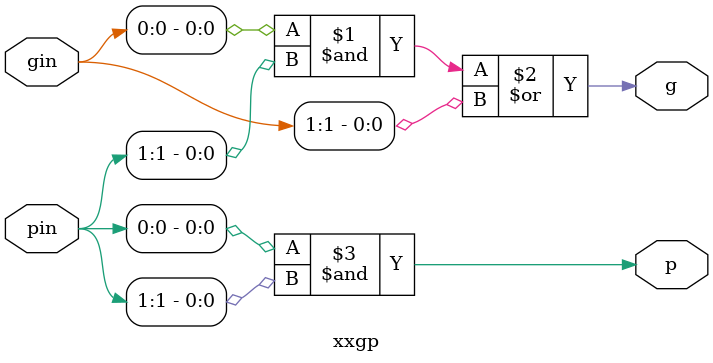
<source format=sv>
module xxgp(
	input logic [1:0] gin,pin,
	output logic g,p
	);

assign g = (gin[0] & pin[1]) | gin[1];
assign p = pin[0] & pin[1];

endmodule


</source>
